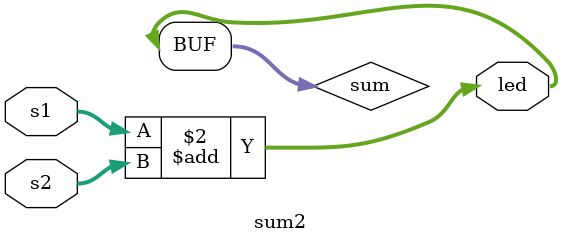
<source format=sv>

module sum2 (
	input logic [3:0] s1, s2,
	output logic [4:0] led);
	
	// define internal variable
	logic [4:0] sum;
	
	// comb logic
	always_comb
	begin
			sum = s1+s2;
	end
	
	
	assign led = sum;

endmodule
</source>
